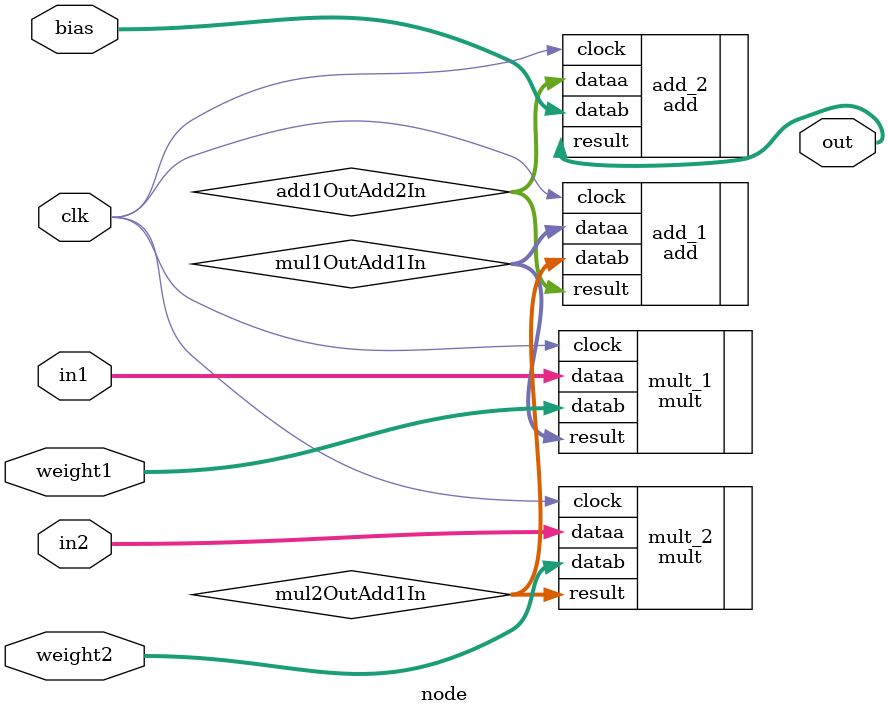
<source format=sv>
module node(
	input clk,
	input [31:0] in1,
	input [31:0] in2,
	input [31:0] weight1,
	input [31:0] weight2,
	input [31:0] bias,
	output [31:0] out
);

wire [31:0] mul1OutAdd1In;
wire [31:0] mul2OutAdd1In;
wire [31:0] add1OutAdd2In;

mult	mult_1 (
	.clock ( clk ),
	.dataa ( in1 ),
	.datab ( weight1 ),
	.result ( mul1OutAdd1In )
	);
	
mult	mult_2 (
	.clock ( clk ),
	.dataa ( in2 ),
	.datab ( weight2 ),
	.result ( mul2OutAdd1In )
	);
	
add	add_1 (
	.clock ( clk ),
	.dataa ( mul1OutAdd1In ),
	.datab ( mul2OutAdd1In ),
	.result ( add1OutAdd2In )
	);
	
add	add_2 (
	.clock ( clk ),
	.dataa ( add1OutAdd2In ),
	.datab ( bias ),
	.result ( out )
	);

endmodule
</source>
